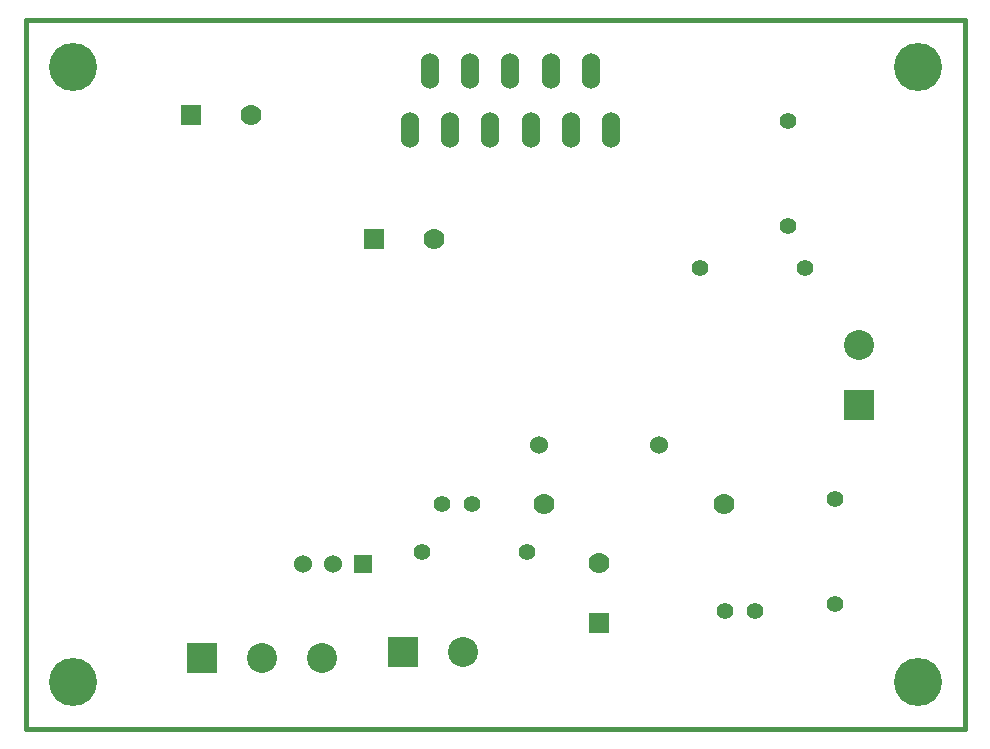
<source format=gtl>
G04 (created by PCBNEW-RS274X (2012-apr-16-27)-stable) date mån 17 feb 2014 22:33:06*
G01*
G70*
G90*
%MOIN*%
G04 Gerber Fmt 3.4, Leading zero omitted, Abs format*
%FSLAX34Y34*%
G04 APERTURE LIST*
%ADD10C,0.006000*%
%ADD11C,0.015000*%
%ADD12C,0.070000*%
%ADD13C,0.055000*%
%ADD14R,0.060000X0.060000*%
%ADD15C,0.060000*%
%ADD16R,0.070000X0.070000*%
%ADD17R,0.100000X0.100000*%
%ADD18C,0.100000*%
%ADD19O,0.060000X0.120000*%
%ADD20C,0.160000*%
G04 APERTURE END LIST*
G54D10*
G54D11*
X48622Y-37205D02*
X48622Y-37402D01*
X79921Y-37205D02*
X79921Y-37402D01*
X79921Y-37205D02*
X79921Y-36811D01*
X48622Y-37205D02*
X48622Y-36811D01*
X79921Y-36811D02*
X79921Y-13976D01*
X79921Y-36811D02*
X79921Y-36614D01*
X48622Y-37402D02*
X79921Y-37402D01*
X48622Y-13780D02*
X48622Y-36811D01*
X79921Y-13780D02*
X48622Y-13780D01*
X79921Y-14173D02*
X79921Y-13780D01*
G54D12*
X71898Y-29921D03*
X65898Y-29921D03*
G54D13*
X75591Y-33246D03*
X75591Y-29746D03*
X65333Y-31496D03*
X61833Y-31496D03*
X71085Y-22047D03*
X74585Y-22047D03*
X74016Y-17148D03*
X74016Y-20648D03*
G54D14*
X59858Y-31890D03*
G54D15*
X58858Y-31890D03*
X57858Y-31890D03*
G54D16*
X54118Y-16929D03*
G54D12*
X56118Y-16929D03*
G54D13*
X63492Y-29921D03*
X62492Y-29921D03*
G54D17*
X54496Y-35039D03*
G54D18*
X56496Y-35039D03*
X58496Y-35039D03*
G54D17*
X76378Y-26591D03*
G54D18*
X76378Y-24591D03*
G54D17*
X61205Y-34843D03*
G54D18*
X63205Y-34843D03*
G54D19*
X61426Y-17451D03*
X62097Y-15461D03*
X62766Y-17451D03*
X63436Y-15461D03*
X64106Y-17451D03*
X64776Y-15461D03*
X65446Y-17451D03*
X66116Y-15461D03*
X66787Y-17451D03*
X67457Y-15461D03*
X68126Y-17451D03*
G54D13*
X72941Y-33465D03*
X71941Y-33465D03*
G54D16*
X60220Y-21063D03*
G54D12*
X62220Y-21063D03*
G54D16*
X67717Y-33874D03*
G54D12*
X67717Y-31874D03*
G54D15*
X65717Y-27953D03*
X69717Y-27953D03*
G54D20*
X50197Y-15354D03*
X78346Y-15354D03*
X78346Y-35827D03*
X50197Y-35827D03*
M02*

</source>
